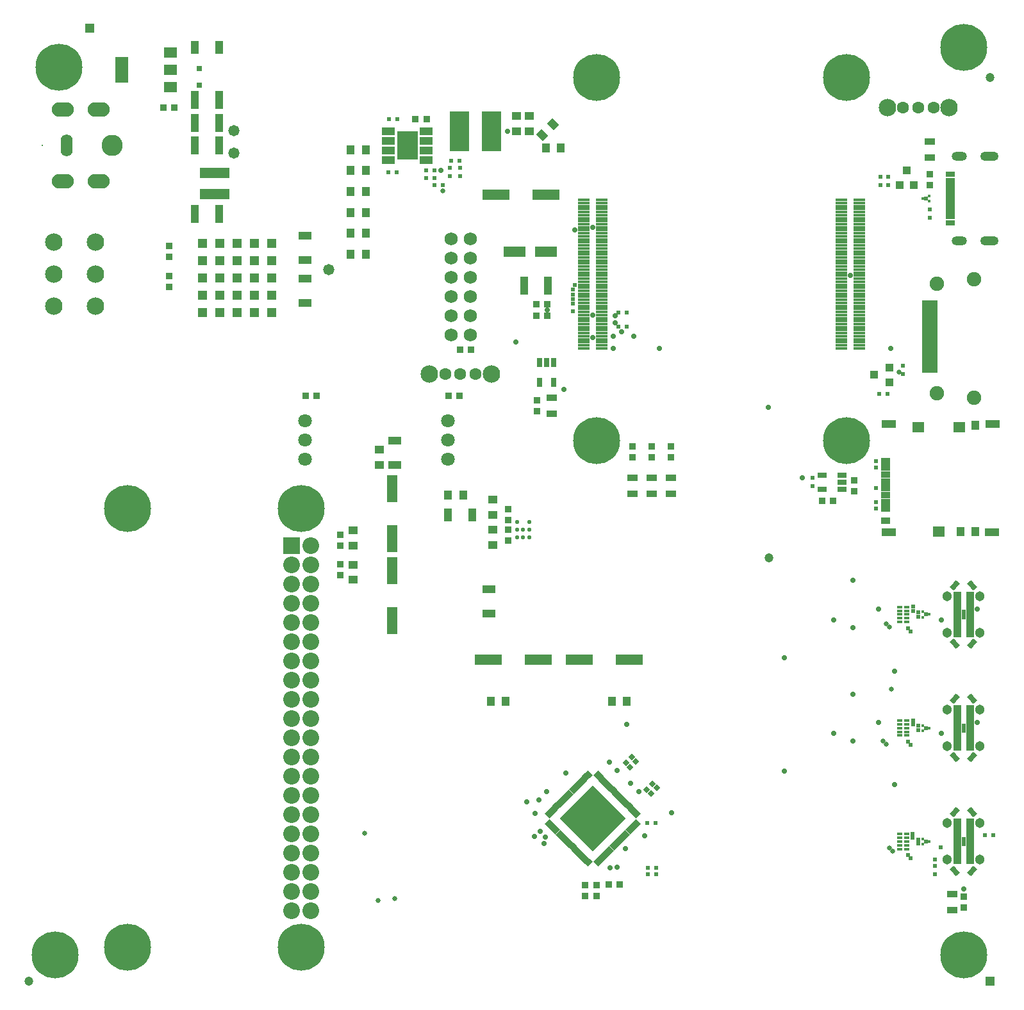
<source format=gbr>
%TF.GenerationSoftware,Altium Limited,Altium Designer,22.2.1 (43)*%
G04 Layer_Color=8388736*
%FSLAX26Y26*%
%MOIN*%
%TF.SameCoordinates,92DA24ED-A250-4A13-B4DD-B7D196A9CFE6*%
%TF.FilePolarity,Negative*%
%TF.FileFunction,Soldermask,Top*%
%TF.Part,Single*%
G01*
G75*
%TA.AperFunction,SMDPad,CuDef*%
%ADD27R,0.023622X0.023622*%
%ADD32R,0.055118X0.035433*%
%ADD34R,0.070866X0.039370*%
%ADD38R,0.039370X0.049213*%
%ADD39R,0.035433X0.033465*%
%ADD40P,0.033407X4X270.0*%
%ADD46R,0.049213X0.039370*%
%ADD47R,0.043307X0.094488*%
%ADD48R,0.033465X0.035433*%
%ADD49R,0.023622X0.023622*%
%ADD52R,0.039370X0.070866*%
G04:AMPARAMS|DCode=53|XSize=39.37mil|YSize=49.213mil|CornerRadius=0mil|HoleSize=0mil|Usage=FLASHONLY|Rotation=45.000|XOffset=0mil|YOffset=0mil|HoleType=Round|Shape=Rectangle|*
%AMROTATEDRECTD53*
4,1,4,0.003480,-0.031319,-0.031319,0.003480,-0.003480,0.031319,0.031319,-0.003480,0.003480,-0.031319,0.0*
%
%ADD53ROTATEDRECTD53*%

%TA.AperFunction,FiducialPad,Global*%
%ADD107R,0.047370X0.047370*%
%ADD108C,0.047370*%
%TA.AperFunction,ComponentPad*%
%ADD110O,0.094614X0.047370*%
%ADD111O,0.078866X0.047370*%
%ADD112C,0.051307*%
%ADD113C,0.090677*%
%ADD114C,0.086740*%
%ADD115R,0.086740X0.086740*%
%ADD116O,0.114299X0.074929*%
%ADD117C,0.110362*%
%ADD118O,0.063118X0.114299*%
%ADD119C,0.008000*%
%ADD120C,0.063118*%
%ADD121C,0.070992*%
%ADD122C,0.244220*%
%ADD123C,0.074929*%
%ADD124C,0.068000*%
%TA.AperFunction,ViaPad*%
%ADD125C,0.035559*%
%ADD126C,0.025716*%
%ADD127C,0.047370*%
%ADD128C,0.023748*%
%ADD129C,0.027685*%
%ADD130C,0.058000*%
%TA.AperFunction,ConnectorPad*%
%ADD144R,0.051307X0.031622*%
%ADD145R,0.051307X0.019811*%
%TA.AperFunction,SMDPad,CuDef*%
G04:AMPARAMS|DCode=146|XSize=27.685mil|YSize=48.551mil|CornerRadius=0mil|HoleSize=0mil|Usage=FLASHONLY|Rotation=140.000|XOffset=0mil|YOffset=0mil|HoleType=Round|Shape=Rectangle|*
%AMROTATEDRECTD146*
4,1,4,0.026208,0.009698,-0.005000,-0.027494,-0.026208,-0.009698,0.005000,0.027494,0.026208,0.009698,0.0*
%
%ADD146ROTATEDRECTD146*%

G04:AMPARAMS|DCode=147|XSize=27.685mil|YSize=48.551mil|CornerRadius=0mil|HoleSize=0mil|Usage=FLASHONLY|Rotation=40.000|XOffset=0mil|YOffset=0mil|HoleType=Round|Shape=Rectangle|*
%AMROTATEDRECTD147*
4,1,4,0.005000,-0.027494,-0.026208,0.009698,-0.005000,0.027494,0.026208,-0.009698,0.005000,-0.027494,0.0*
%
%ADD147ROTATEDRECTD147*%

%ADD148R,0.041465X0.019811*%
%TA.AperFunction,BGAPad,CuDef*%
%ADD149C,0.021779*%
%TA.AperFunction,SMDPad,CuDef*%
%ADD150R,0.100520X0.208787*%
%ADD151R,0.015748X0.015748*%
%ADD152R,0.051307X0.031622*%
%ADD153R,0.039496X0.043433*%
%ADD154R,0.070992X0.055244*%
%ADD155R,0.070992X0.137921*%
%ADD156R,0.026701X0.015874*%
%ADD157R,0.025716X0.031228*%
%ADD158R,0.110362X0.145795*%
%ADD159R,0.067055X0.039496*%
%TA.AperFunction,BGAPad,CuDef*%
%ADD160R,0.049732X0.049732*%
%TA.AperFunction,SMDPad,CuDef*%
%ADD161P,0.345380X4X270.0*%
G04:AMPARAMS|DCode=162|XSize=19.024mil|YSize=35.165mil|CornerRadius=0mil|HoleSize=0mil|Usage=FLASHONLY|Rotation=315.000|XOffset=0mil|YOffset=0mil|HoleType=Round|Shape=Rectangle|*
%AMROTATEDRECTD162*
4,1,4,-0.019159,-0.005707,0.005707,0.019159,0.019159,0.005707,-0.005707,-0.019159,-0.019159,-0.005707,0.0*
%
%ADD162ROTATEDRECTD162*%

G04:AMPARAMS|DCode=163|XSize=19.024mil|YSize=35.165mil|CornerRadius=0mil|HoleSize=0mil|Usage=FLASHONLY|Rotation=45.000|XOffset=0mil|YOffset=0mil|HoleType=Round|Shape=Rectangle|*
%AMROTATEDRECTD163*
4,1,4,0.005707,-0.019159,-0.019159,0.005707,-0.005707,0.019159,0.019159,-0.005707,0.005707,-0.019159,0.0*
%
%ADD163ROTATEDRECTD163*%

%ADD164R,0.153669X0.055244*%
%ADD165R,0.082803X0.019811*%
%ADD166R,0.141858X0.055244*%
%ADD167R,0.118236X0.055244*%
%ADD168R,0.060236X0.011811*%
%ADD169R,0.041465X0.047370*%
%ADD170R,0.063118X0.052488*%
%ADD171R,0.074929X0.043433*%
%ADD172R,0.047370X0.033591*%
%ADD173R,0.055244X0.141858*%
%ADD174R,0.043433X0.039496*%
%ADD175R,0.031622X0.051307*%
D27*
X4257874Y1866142D02*
D03*
X4301181D02*
D03*
X5467717Y4100000D02*
D03*
X5511024D02*
D03*
X4110827Y4525000D02*
D03*
X4154134D02*
D03*
X4110827Y4450000D02*
D03*
X4154134D02*
D03*
X2915354Y5531496D02*
D03*
X2958661D02*
D03*
X6061024Y1803150D02*
D03*
X6017717D02*
D03*
X3151575Y5188976D02*
D03*
X3194882D02*
D03*
X2954724Y5255905D02*
D03*
X2911417D02*
D03*
X3151575Y5263779D02*
D03*
X3108268D02*
D03*
X3238189Y5314961D02*
D03*
X3281496D02*
D03*
X3108268Y5224409D02*
D03*
X3151575D02*
D03*
X4261811Y1601378D02*
D03*
X4305118D02*
D03*
X4261811Y1632874D02*
D03*
X4305118D02*
D03*
D32*
X5728346Y5332677D02*
D03*
Y5415354D02*
D03*
X4182480Y3663386D02*
D03*
Y3580709D02*
D03*
X3761220Y3997441D02*
D03*
Y4080118D02*
D03*
X4282480Y3663386D02*
D03*
Y3580709D02*
D03*
X4382480Y3663386D02*
D03*
Y3580709D02*
D03*
X5846457Y1415354D02*
D03*
Y1498032D02*
D03*
D34*
X3435039Y3084646D02*
D03*
Y2958661D02*
D03*
X2480315Y4925197D02*
D03*
Y4799213D02*
D03*
X2944882Y3732284D02*
D03*
Y3858268D02*
D03*
X2480315Y4574803D02*
D03*
Y4700787D02*
D03*
D38*
X2716535Y5370065D02*
D03*
X2795276D02*
D03*
X4074803Y2500000D02*
D03*
X4153543D02*
D03*
X3523622D02*
D03*
X3444882D02*
D03*
X3303150Y3574803D02*
D03*
X3224409D02*
D03*
X3811024Y5381890D02*
D03*
X3732283D02*
D03*
X2716535Y4826759D02*
D03*
X2795276D02*
D03*
X2716535Y4936995D02*
D03*
X2795276D02*
D03*
X2716535Y5043294D02*
D03*
X2795276D02*
D03*
X2716535Y5153530D02*
D03*
X2795276D02*
D03*
X2716535Y5263766D02*
D03*
X2795276D02*
D03*
D39*
X5334646Y3650590D02*
D03*
Y3593504D02*
D03*
X2661417Y3367126D02*
D03*
Y3310039D02*
D03*
Y3156496D02*
D03*
Y3213583D02*
D03*
X4182480Y3827756D02*
D03*
Y3770669D02*
D03*
X3686220Y4010236D02*
D03*
Y4067323D02*
D03*
X4282480Y3770669D02*
D03*
Y3827756D02*
D03*
X4382480Y3770669D02*
D03*
Y3827756D02*
D03*
X3535433Y3336614D02*
D03*
Y3393701D02*
D03*
Y3500984D02*
D03*
Y3443898D02*
D03*
X1771653Y4871063D02*
D03*
Y4813976D02*
D03*
Y4713583D02*
D03*
Y4656496D02*
D03*
X5905512Y1428150D02*
D03*
Y1485236D02*
D03*
X5728346Y5245079D02*
D03*
Y5187992D02*
D03*
X3996063Y1487205D02*
D03*
Y1544291D02*
D03*
X3937008D02*
D03*
Y1487205D02*
D03*
D40*
X4148074Y2179571D02*
D03*
X4178697Y2210193D02*
D03*
X4279964Y2020122D02*
D03*
X4310587Y2050744D02*
D03*
X4256342Y2041775D02*
D03*
X4286965Y2072398D02*
D03*
X4169728Y2157917D02*
D03*
X4200351Y2188540D02*
D03*
D46*
X2728346Y3389764D02*
D03*
Y3311023D02*
D03*
X2728347Y3133858D02*
D03*
Y3212598D02*
D03*
X2866142Y3811024D02*
D03*
Y3732283D02*
D03*
X3456693Y3314961D02*
D03*
Y3393701D02*
D03*
Y3551181D02*
D03*
Y3472441D02*
D03*
X3578740Y5547244D02*
D03*
Y5468504D02*
D03*
X3645669Y5547244D02*
D03*
Y5468504D02*
D03*
D47*
X3618110Y4665354D02*
D03*
X3744095D02*
D03*
X1905512Y5629921D02*
D03*
X2031496D02*
D03*
X1905512Y5511811D02*
D03*
X2031496D02*
D03*
X1905512Y5393701D02*
D03*
X2031496D02*
D03*
X1905512Y5039370D02*
D03*
X2031496D02*
D03*
D48*
X3682087Y4566929D02*
D03*
X3739173D02*
D03*
X3682087Y4507874D02*
D03*
X3739173D02*
D03*
X3343504Y4330709D02*
D03*
X3286417D02*
D03*
X2540354Y4090551D02*
D03*
X2483268D02*
D03*
X3284449D02*
D03*
X3227362D02*
D03*
X1800197Y5590551D02*
D03*
X1743110D02*
D03*
X5225394Y3543307D02*
D03*
X5168307D02*
D03*
X3111220Y5531496D02*
D03*
X3054134D02*
D03*
X4115158Y1547244D02*
D03*
X4058071D02*
D03*
D49*
X5589370Y4203346D02*
D03*
Y4246654D02*
D03*
X5118110Y3663386D02*
D03*
Y3620079D02*
D03*
X5755905Y1600394D02*
D03*
Y1643701D02*
D03*
X5728346Y5061024D02*
D03*
Y5017717D02*
D03*
X3232284Y5234252D02*
D03*
Y5277559D02*
D03*
X3287402Y5234252D02*
D03*
Y5277559D02*
D03*
X5472441Y5230315D02*
D03*
Y5187008D02*
D03*
X5511811D02*
D03*
Y5230315D02*
D03*
D52*
X1905512Y5905512D02*
D03*
X2031496D02*
D03*
X3224410Y3472441D02*
D03*
X3350394D02*
D03*
D53*
X3767996Y5504217D02*
D03*
X3712319Y5448539D02*
D03*
D107*
X6043307Y1043307D02*
D03*
X1358268Y6003937D02*
D03*
D108*
X1043307Y1043307D02*
D03*
X6043307Y5748032D02*
D03*
D110*
X6039370Y4896850D02*
D03*
Y5339370D02*
D03*
D111*
X5881890Y4896850D02*
D03*
Y5339370D02*
D03*
D112*
X5820866Y2858268D02*
D03*
Y3047244D02*
D03*
X5990158D02*
D03*
Y2858268D02*
D03*
X5820866Y1677165D02*
D03*
Y1866142D02*
D03*
X5990158D02*
D03*
Y1677165D02*
D03*
X5820866Y2267716D02*
D03*
Y2456693D02*
D03*
X5990158D02*
D03*
Y2267716D02*
D03*
D113*
X1387795Y4889764D02*
D03*
Y4724409D02*
D03*
Y4559055D02*
D03*
X1171260Y4889764D02*
D03*
Y4724409D02*
D03*
Y4559055D02*
D03*
X5507874Y5590551D02*
D03*
X5830709D02*
D03*
X3448819Y4204724D02*
D03*
X3125984D02*
D03*
D114*
X2510866Y1412205D02*
D03*
X2410866D02*
D03*
X2510866Y1512205D02*
D03*
X2410866D02*
D03*
X2510866Y1612205D02*
D03*
X2410866D02*
D03*
X2510866Y1712205D02*
D03*
X2410866D02*
D03*
X2510866Y1812205D02*
D03*
X2410866D02*
D03*
X2510866Y1912205D02*
D03*
X2410866D02*
D03*
X2510866Y2012205D02*
D03*
X2410866D02*
D03*
X2510866Y2112205D02*
D03*
X2410866D02*
D03*
X2510866Y2212205D02*
D03*
X2410866D02*
D03*
X2510866Y2312205D02*
D03*
X2410866D02*
D03*
X2510866Y2412205D02*
D03*
X2410866D02*
D03*
X2510866Y2512205D02*
D03*
X2410866D02*
D03*
X2510866Y2612205D02*
D03*
X2410866D02*
D03*
X2510866Y2712205D02*
D03*
X2410866D02*
D03*
X2510866Y2812205D02*
D03*
X2410866D02*
D03*
X2510866Y2912205D02*
D03*
X2410866D02*
D03*
X2510866Y3012205D02*
D03*
X2410866D02*
D03*
X2510866Y3112205D02*
D03*
X2410866D02*
D03*
X2510866Y3212205D02*
D03*
X2410866D02*
D03*
X2510866Y3312205D02*
D03*
D115*
X2410866D02*
D03*
D116*
X1405512Y5206693D02*
D03*
Y5580709D02*
D03*
X1220472D02*
D03*
Y5206693D02*
D03*
D117*
X1476378Y5393701D02*
D03*
D118*
X1240158D02*
D03*
D119*
X1112205D02*
D03*
D120*
X5748032Y5590551D02*
D03*
X5669291D02*
D03*
X5590551D02*
D03*
X3208661Y4204724D02*
D03*
X3287402D02*
D03*
X3366142D02*
D03*
D121*
X3224409Y3962205D02*
D03*
Y3862205D02*
D03*
Y3762205D02*
D03*
X2480315Y3962205D02*
D03*
Y3862205D02*
D03*
Y3762205D02*
D03*
D122*
X5905512Y5905512D02*
D03*
X2460630Y3503937D02*
D03*
X1181102Y1181102D02*
D03*
X1200000Y5800000D02*
D03*
X5905512Y1181102D02*
D03*
X3996063Y3858268D02*
D03*
X5295276D02*
D03*
X3996063Y5748032D02*
D03*
X5295276D02*
D03*
X1555118Y3503937D02*
D03*
X2460630Y1220472D02*
D03*
X1555118D02*
D03*
D123*
X5960630Y4080709D02*
D03*
X5767717Y4104331D02*
D03*
X5960630Y4698819D02*
D03*
X5767717Y4675197D02*
D03*
D124*
X3339961Y4406299D02*
D03*
X3239961D02*
D03*
X3339961Y4806299D02*
D03*
X3239961D02*
D03*
Y4906299D02*
D03*
X3339961D02*
D03*
Y4706299D02*
D03*
X3239961D02*
D03*
X3339961Y4606299D02*
D03*
X3239961D02*
D03*
X3339961Y4506299D02*
D03*
X3239961D02*
D03*
D125*
X3920700Y1973280D02*
D03*
X3948539Y2001119D02*
D03*
X3976378Y2028958D02*
D03*
X4004217Y2001119D02*
D03*
X3976378Y1973280D02*
D03*
X3948539Y1945441D02*
D03*
X4115572Y1889764D02*
D03*
X4087733Y1861925D02*
D03*
X4059894Y1834086D02*
D03*
X4087733Y1917603D02*
D03*
X4059894Y1889764D02*
D03*
X4032056Y1861925D02*
D03*
X4059894Y1945441D02*
D03*
X4032056Y1917603D02*
D03*
X4004217Y1889764D02*
D03*
X4032056Y1973280D02*
D03*
X4004217Y1945441D02*
D03*
X3976378Y1917603D02*
D03*
X4032056Y1806247D02*
D03*
X4004217Y1778408D02*
D03*
X3976378Y1750570D02*
D03*
X3948539Y1778408D02*
D03*
X3976378Y1806247D02*
D03*
X4004217Y1834086D02*
D03*
X3837184Y1889764D02*
D03*
X3865023Y1917603D02*
D03*
X3892861Y1945441D02*
D03*
X3865023Y1861925D02*
D03*
X3892861Y1889764D02*
D03*
X3920700Y1917603D02*
D03*
X3892861Y1834086D02*
D03*
X3920700Y1861925D02*
D03*
X3948539Y1889764D02*
D03*
X3920700Y1806247D02*
D03*
X3948539Y1834086D02*
D03*
X3976378Y1861925D02*
D03*
D126*
X5519322Y1738553D02*
D03*
X5535329Y1722545D02*
D03*
X5487333Y2293179D02*
D03*
X5503341Y2277171D02*
D03*
X5502097Y2903415D02*
D03*
X5518104Y2887407D02*
D03*
X5531000Y2563000D02*
D03*
X5568000Y4213000D02*
D03*
X3195000Y5158000D02*
D03*
X2859000Y1466000D02*
D03*
X2790000Y1815000D02*
D03*
X2946000Y1474000D02*
D03*
D127*
X4893000Y3247000D02*
D03*
D128*
X3872000Y4596000D02*
D03*
X3873000Y4619000D02*
D03*
X5863000Y1761024D02*
D03*
Y1782614D02*
D03*
X5930000Y1761614D02*
D03*
Y1782480D02*
D03*
X5863000Y2352165D02*
D03*
Y2373032D02*
D03*
X5930000Y2352165D02*
D03*
Y2373032D02*
D03*
Y2964488D02*
D03*
Y2943780D02*
D03*
X5863000Y2964488D02*
D03*
Y2943780D02*
D03*
X3871877Y4644486D02*
D03*
X3873648Y4569883D02*
D03*
X3871458Y4531705D02*
D03*
X5642204Y2381299D02*
D03*
Y2402165D02*
D03*
X5629331Y1684646D02*
D03*
X5614724Y1699803D02*
D03*
X5629252Y2275276D02*
D03*
X5614803Y2290276D02*
D03*
X5668678Y1760630D02*
D03*
Y1782677D02*
D03*
Y2351968D02*
D03*
Y2372835D02*
D03*
X5640000Y1789764D02*
D03*
X5640986Y1812205D02*
D03*
X5668678Y2962795D02*
D03*
Y2941929D02*
D03*
X5614724Y2880905D02*
D03*
X5629331Y2865748D02*
D03*
X5642204Y2993110D02*
D03*
Y2972244D02*
D03*
X5755905Y1677165D02*
D03*
X5787402Y1740158D02*
D03*
X3881890Y4669291D02*
D03*
X5448819Y3751968D02*
D03*
Y3716535D02*
D03*
Y3610236D02*
D03*
Y3539370D02*
D03*
Y3503937D02*
D03*
X5708661Y1771653D02*
D03*
Y2952756D02*
D03*
Y2362205D02*
D03*
Y5118110D02*
D03*
X5905512Y1771653D02*
D03*
Y1757874D02*
D03*
Y1785433D02*
D03*
Y2952756D02*
D03*
Y2938976D02*
D03*
Y2966535D02*
D03*
Y2375984D02*
D03*
Y2348425D02*
D03*
Y2362205D02*
D03*
D129*
X3672000Y1798000D02*
D03*
X4246000Y1801000D02*
D03*
X5231000Y2923551D02*
D03*
Y2333000D02*
D03*
X3531496Y5468504D02*
D03*
X3185039Y5263779D02*
D03*
X3701772Y1822835D02*
D03*
X5314961Y4716535D02*
D03*
X5527559Y4338583D02*
D03*
X5905512Y1523622D02*
D03*
X5066929Y3665354D02*
D03*
X4889764Y4031496D02*
D03*
X3881890Y4952756D02*
D03*
X3739173Y4537402D02*
D03*
X3574803Y4370079D02*
D03*
X4127134Y4423000D02*
D03*
X3826772Y4125984D02*
D03*
X3976378Y4393701D02*
D03*
X4385827Y1921260D02*
D03*
X5330709Y2295276D02*
D03*
Y2885827D02*
D03*
Y3129921D02*
D03*
Y2539370D02*
D03*
X5547244Y2066929D02*
D03*
X4972441Y2137795D02*
D03*
Y2728347D02*
D03*
X5547244Y2657480D02*
D03*
X4082677Y4338583D02*
D03*
X4322835D02*
D03*
X4082677Y4401575D02*
D03*
X4188976D02*
D03*
X4153543Y2381890D02*
D03*
X3631890Y1978347D02*
D03*
X3677165Y1917323D02*
D03*
X3728347Y1795276D02*
D03*
X3724078Y1762205D02*
D03*
X4066929Y1632953D02*
D03*
X4146000Y1734000D02*
D03*
X3834900Y2128144D02*
D03*
X3737464Y2030708D02*
D03*
X3695706Y1988950D02*
D03*
X4103936Y1637464D02*
D03*
X4214758Y2031242D02*
D03*
X4061645Y2184355D02*
D03*
X4103403Y2142597D02*
D03*
X4173000Y2073000D02*
D03*
X5788000Y2924102D02*
D03*
X5975000Y2982102D02*
D03*
X5464000Y2982551D02*
D03*
Y2392000D02*
D03*
X4092056Y4506229D02*
D03*
X4091413Y4469413D02*
D03*
X3977000Y4512000D02*
D03*
X3976000Y4968000D02*
D03*
X5975000Y2391551D02*
D03*
X5788000Y2333551D02*
D03*
D130*
X2602000Y4749000D02*
D03*
X2110236Y5472441D02*
D03*
Y5354331D02*
D03*
D144*
X5836614Y5212598D02*
D03*
Y5244095D02*
D03*
Y5023622D02*
D03*
Y4992126D02*
D03*
D145*
Y5049213D02*
D03*
Y5068898D02*
D03*
Y5088583D02*
D03*
Y5108268D02*
D03*
Y5127953D02*
D03*
Y5147638D02*
D03*
Y5167323D02*
D03*
Y5187008D02*
D03*
D146*
X5950197Y2800000D02*
D03*
X5860827Y3105512D02*
D03*
X5950197Y1618898D02*
D03*
X5860827Y1924409D02*
D03*
X5950197Y2209449D02*
D03*
X5860827Y2514961D02*
D03*
D147*
Y2800000D02*
D03*
X5950197Y3105512D02*
D03*
X5860827Y1618898D02*
D03*
X5950197Y1924409D02*
D03*
X5860827Y2209449D02*
D03*
X5950197Y2514961D02*
D03*
D148*
X5938189Y2844488D02*
D03*
Y2864173D02*
D03*
Y2883858D02*
D03*
Y2903543D02*
D03*
Y2923228D02*
D03*
Y2942913D02*
D03*
Y2962598D02*
D03*
Y2982284D02*
D03*
Y3001968D02*
D03*
Y3021653D02*
D03*
Y3041339D02*
D03*
Y3061024D02*
D03*
X5872835D02*
D03*
Y3041339D02*
D03*
Y3021653D02*
D03*
Y3001968D02*
D03*
Y2982284D02*
D03*
Y2962598D02*
D03*
Y2942913D02*
D03*
Y2923228D02*
D03*
Y2903543D02*
D03*
Y2883858D02*
D03*
Y2864173D02*
D03*
Y2844488D02*
D03*
X5938189Y1663386D02*
D03*
Y1683071D02*
D03*
Y1702756D02*
D03*
Y1722441D02*
D03*
Y1742126D02*
D03*
Y1761811D02*
D03*
Y1781496D02*
D03*
Y1801181D02*
D03*
Y1820866D02*
D03*
Y1840551D02*
D03*
Y1860236D02*
D03*
Y1879921D02*
D03*
X5872835D02*
D03*
Y1860236D02*
D03*
Y1840551D02*
D03*
Y1820866D02*
D03*
Y1801181D02*
D03*
Y1781496D02*
D03*
Y1761811D02*
D03*
Y1742126D02*
D03*
Y1722441D02*
D03*
Y1702756D02*
D03*
Y1683071D02*
D03*
Y1663386D02*
D03*
X5938189Y2253937D02*
D03*
Y2273622D02*
D03*
Y2293307D02*
D03*
Y2312992D02*
D03*
Y2332677D02*
D03*
Y2352362D02*
D03*
Y2372047D02*
D03*
Y2391732D02*
D03*
Y2411417D02*
D03*
Y2431102D02*
D03*
Y2450787D02*
D03*
Y2470472D02*
D03*
X5872835D02*
D03*
Y2450787D02*
D03*
Y2431102D02*
D03*
Y2411417D02*
D03*
Y2391732D02*
D03*
Y2372047D02*
D03*
Y2352362D02*
D03*
Y2332677D02*
D03*
Y2312992D02*
D03*
Y2293307D02*
D03*
Y2273622D02*
D03*
Y2253937D02*
D03*
D149*
X3614173Y3393701D02*
D03*
Y3354331D02*
D03*
X3582677D02*
D03*
Y3393701D02*
D03*
Y3433071D02*
D03*
X3645669Y3354331D02*
D03*
Y3393701D02*
D03*
Y3433071D02*
D03*
D150*
X3447835Y5468504D02*
D03*
X3284449D02*
D03*
D151*
X5691929Y5118110D02*
D03*
X5725394Y5131890D02*
D03*
Y5104331D02*
D03*
Y1771653D02*
D03*
X5691929Y1757874D02*
D03*
Y1785433D02*
D03*
X5725394Y2362205D02*
D03*
X5691929Y2348425D02*
D03*
Y2375984D02*
D03*
X5725394Y2952756D02*
D03*
X5691929Y2938976D02*
D03*
Y2966535D02*
D03*
D152*
X5271654Y3604331D02*
D03*
X5169291Y3679134D02*
D03*
Y3604331D02*
D03*
X5271654Y3641732D02*
D03*
Y3679134D02*
D03*
D153*
X5610236Y5265748D02*
D03*
X5647638Y5187008D02*
D03*
X5572835D02*
D03*
D154*
X1779528Y5696850D02*
D03*
Y5787402D02*
D03*
Y5877953D02*
D03*
D155*
X1527559Y5787402D02*
D03*
D156*
X5571850Y2913386D02*
D03*
Y2933071D02*
D03*
Y2952756D02*
D03*
Y2972441D02*
D03*
Y2992126D02*
D03*
X5609252D02*
D03*
Y2972441D02*
D03*
Y2952756D02*
D03*
Y2933071D02*
D03*
Y2913386D02*
D03*
X5571850Y1732283D02*
D03*
Y1751968D02*
D03*
Y1771653D02*
D03*
Y1791339D02*
D03*
Y1811024D02*
D03*
X5609252D02*
D03*
Y1791339D02*
D03*
Y1771653D02*
D03*
Y1751968D02*
D03*
Y1732283D02*
D03*
X5571850Y2322835D02*
D03*
Y2342520D02*
D03*
Y2362205D02*
D03*
Y2381890D02*
D03*
Y2401575D02*
D03*
X5609252D02*
D03*
Y2381890D02*
D03*
Y2362205D02*
D03*
Y2342520D02*
D03*
Y2322835D02*
D03*
D157*
X1929134Y5793307D02*
D03*
Y5708661D02*
D03*
D158*
X3011811Y5393701D02*
D03*
D159*
X2913386Y5468701D02*
D03*
Y5418701D02*
D03*
Y5318701D02*
D03*
Y5368701D02*
D03*
X3110236D02*
D03*
Y5318701D02*
D03*
Y5418701D02*
D03*
Y5468701D02*
D03*
D160*
X2216142Y4885039D02*
D03*
X2306299D02*
D03*
X1945669D02*
D03*
X2035827D02*
D03*
X2125984D02*
D03*
X2216142Y4794882D02*
D03*
X2306299D02*
D03*
X1945669D02*
D03*
X2035827D02*
D03*
X2125984D02*
D03*
X2216142Y4704724D02*
D03*
X2306299D02*
D03*
X1945669D02*
D03*
X2035827D02*
D03*
X2125984D02*
D03*
Y4614567D02*
D03*
X2035827D02*
D03*
X1945669D02*
D03*
X2306299D02*
D03*
X2216142D02*
D03*
X2125984Y4524409D02*
D03*
X2035827D02*
D03*
X1945669D02*
D03*
X2306299D02*
D03*
X2216142D02*
D03*
D161*
X3976378Y1889764D02*
D03*
D162*
X4109309Y2008775D02*
D03*
X4123228Y1994855D02*
D03*
X4137147Y1980936D02*
D03*
X4151067Y1967017D02*
D03*
X4164986Y1953097D02*
D03*
X4178906Y1939178D02*
D03*
X4192825Y1925258D02*
D03*
X4206744Y1911339D02*
D03*
X4095389Y2022694D02*
D03*
X4081470Y2036614D02*
D03*
X4067550Y2050533D02*
D03*
X4053631Y2064453D02*
D03*
X4039711Y2078372D02*
D03*
X4025792Y2092291D02*
D03*
X4011872Y2106211D02*
D03*
X3997953Y2120130D02*
D03*
X3843448Y1770753D02*
D03*
X3829528Y1784672D02*
D03*
X3815609Y1798592D02*
D03*
X3801689Y1812511D02*
D03*
X3787770Y1826430D02*
D03*
X3773850Y1840350D02*
D03*
X3759931Y1854269D02*
D03*
X3746012Y1868189D02*
D03*
X3857367Y1756833D02*
D03*
X3871286Y1742914D02*
D03*
X3885206Y1728994D02*
D03*
X3899125Y1715075D02*
D03*
X3913045Y1701156D02*
D03*
X3926964Y1687236D02*
D03*
X3940883Y1673317D02*
D03*
X3954803Y1659397D02*
D03*
D163*
X3857367Y2022694D02*
D03*
X3871286Y2036614D02*
D03*
X3885206Y2050533D02*
D03*
X3899125Y2064453D02*
D03*
X3913045Y2078372D02*
D03*
X3926964Y2092291D02*
D03*
X3940883Y2106211D02*
D03*
X3954803Y2120130D02*
D03*
X3843448Y2008775D02*
D03*
X3829528Y1994855D02*
D03*
X3815609Y1980936D02*
D03*
X3801689Y1967017D02*
D03*
X3787770Y1953097D02*
D03*
X3773850Y1939178D02*
D03*
X3759931Y1925258D02*
D03*
X3746012Y1911339D02*
D03*
X4095389Y1756833D02*
D03*
X4081470Y1742914D02*
D03*
X4067550Y1728994D02*
D03*
X4053631Y1715075D02*
D03*
X4039711Y1701156D02*
D03*
X4025792Y1687236D02*
D03*
X4011872Y1673317D02*
D03*
X3997953Y1659397D02*
D03*
X4109309Y1770753D02*
D03*
X4123228Y1784672D02*
D03*
X4137147Y1798592D02*
D03*
X4151067Y1812511D02*
D03*
X4164986Y1826430D02*
D03*
X4178906Y1840350D02*
D03*
X4192825Y1854269D02*
D03*
X4206744Y1868189D02*
D03*
D164*
X2007874Y5141732D02*
D03*
Y5251968D02*
D03*
D165*
X5728346Y4576772D02*
D03*
Y4557087D02*
D03*
Y4537402D02*
D03*
Y4498032D02*
D03*
Y4458661D02*
D03*
Y4517717D02*
D03*
Y4478346D02*
D03*
Y4438976D02*
D03*
Y4419291D02*
D03*
Y4399606D02*
D03*
Y4222441D02*
D03*
Y4242126D02*
D03*
Y4281496D02*
D03*
Y4320866D02*
D03*
Y4261811D02*
D03*
Y4301181D02*
D03*
Y4340551D02*
D03*
Y4360236D02*
D03*
Y4379921D02*
D03*
D166*
X3472441Y5137795D02*
D03*
X3732284D02*
D03*
X3905512Y2716535D02*
D03*
X4165354D02*
D03*
X3692913D02*
D03*
X3433071D02*
D03*
D167*
X3734252Y4842520D02*
D03*
X3568898D02*
D03*
D168*
X5361811Y4732283D02*
D03*
Y4748032D02*
D03*
Y4763780D02*
D03*
Y4779528D02*
D03*
Y4795276D02*
D03*
Y4811024D02*
D03*
Y4826772D02*
D03*
Y4842520D02*
D03*
Y4858268D02*
D03*
Y4874016D02*
D03*
Y4889764D02*
D03*
Y4905512D02*
D03*
Y4921260D02*
D03*
Y4937008D02*
D03*
Y4952756D02*
D03*
Y4968504D02*
D03*
Y4984252D02*
D03*
Y5000000D02*
D03*
Y5015748D02*
D03*
Y5031496D02*
D03*
Y5047244D02*
D03*
Y5062992D02*
D03*
Y5078740D02*
D03*
Y5094488D02*
D03*
Y5110236D02*
D03*
Y4338583D02*
D03*
Y4354331D02*
D03*
Y4370079D02*
D03*
Y4385827D02*
D03*
Y4401575D02*
D03*
Y4417323D02*
D03*
Y4433071D02*
D03*
Y4448819D02*
D03*
Y4464567D02*
D03*
Y4480315D02*
D03*
Y4496063D02*
D03*
Y4511811D02*
D03*
Y4527559D02*
D03*
Y4543307D02*
D03*
Y4559055D02*
D03*
Y4574803D02*
D03*
Y4590551D02*
D03*
Y4606299D02*
D03*
Y4622047D02*
D03*
Y4637795D02*
D03*
Y4653543D02*
D03*
Y4669291D02*
D03*
Y4685039D02*
D03*
Y4700788D02*
D03*
Y4716535D02*
D03*
X5268110Y4732283D02*
D03*
Y4748032D02*
D03*
Y4763780D02*
D03*
Y4779528D02*
D03*
Y4795276D02*
D03*
Y4811024D02*
D03*
Y4826772D02*
D03*
Y4842520D02*
D03*
Y4858268D02*
D03*
Y4874016D02*
D03*
Y4889764D02*
D03*
Y4905512D02*
D03*
Y4921260D02*
D03*
Y4937008D02*
D03*
Y4952756D02*
D03*
Y4968504D02*
D03*
Y4984252D02*
D03*
Y5000000D02*
D03*
Y5015748D02*
D03*
Y5031496D02*
D03*
Y5047244D02*
D03*
Y5062992D02*
D03*
Y5078740D02*
D03*
Y5094488D02*
D03*
Y5110236D02*
D03*
Y4338583D02*
D03*
Y4354331D02*
D03*
Y4370079D02*
D03*
Y4385827D02*
D03*
Y4401575D02*
D03*
Y4417323D02*
D03*
Y4433071D02*
D03*
Y4448819D02*
D03*
Y4464567D02*
D03*
Y4480315D02*
D03*
Y4496063D02*
D03*
Y4511811D02*
D03*
Y4527559D02*
D03*
Y4543307D02*
D03*
Y4559055D02*
D03*
Y4574803D02*
D03*
Y4590551D02*
D03*
Y4606299D02*
D03*
Y4622047D02*
D03*
Y4637795D02*
D03*
Y4653543D02*
D03*
Y4669291D02*
D03*
Y4685039D02*
D03*
Y4700788D02*
D03*
Y4716535D02*
D03*
X4023228Y4732283D02*
D03*
Y4748032D02*
D03*
Y4763780D02*
D03*
Y4779528D02*
D03*
Y4795276D02*
D03*
Y4811024D02*
D03*
Y4826772D02*
D03*
Y4842520D02*
D03*
Y4858268D02*
D03*
Y4874016D02*
D03*
Y4889764D02*
D03*
Y4905512D02*
D03*
Y4921260D02*
D03*
Y4937008D02*
D03*
Y4952756D02*
D03*
Y4968504D02*
D03*
Y4984252D02*
D03*
Y5000000D02*
D03*
Y5015748D02*
D03*
Y5031496D02*
D03*
Y5047244D02*
D03*
Y5062992D02*
D03*
Y5078740D02*
D03*
Y5094488D02*
D03*
Y5110236D02*
D03*
Y4338583D02*
D03*
Y4354331D02*
D03*
Y4370079D02*
D03*
Y4385827D02*
D03*
Y4401575D02*
D03*
Y4417323D02*
D03*
Y4433071D02*
D03*
Y4448819D02*
D03*
Y4464567D02*
D03*
Y4480315D02*
D03*
Y4496063D02*
D03*
Y4511811D02*
D03*
Y4527559D02*
D03*
Y4543307D02*
D03*
Y4559055D02*
D03*
Y4574803D02*
D03*
Y4590551D02*
D03*
Y4606299D02*
D03*
Y4622047D02*
D03*
Y4637795D02*
D03*
Y4653543D02*
D03*
Y4669291D02*
D03*
Y4685039D02*
D03*
Y4700788D02*
D03*
Y4716535D02*
D03*
X3929528Y4732283D02*
D03*
Y4748032D02*
D03*
Y4763780D02*
D03*
Y4779528D02*
D03*
Y4795276D02*
D03*
Y4811024D02*
D03*
Y4826772D02*
D03*
Y4842520D02*
D03*
Y4858268D02*
D03*
Y4874016D02*
D03*
Y4889764D02*
D03*
Y4905512D02*
D03*
Y4921260D02*
D03*
Y4937008D02*
D03*
Y4952756D02*
D03*
Y4968504D02*
D03*
Y4984252D02*
D03*
Y5000000D02*
D03*
Y5015748D02*
D03*
Y5031496D02*
D03*
Y5047244D02*
D03*
Y5062992D02*
D03*
Y5078740D02*
D03*
Y5094488D02*
D03*
Y5110236D02*
D03*
Y4338583D02*
D03*
Y4354331D02*
D03*
Y4370079D02*
D03*
Y4385827D02*
D03*
Y4401575D02*
D03*
Y4417323D02*
D03*
Y4433071D02*
D03*
Y4448819D02*
D03*
Y4464567D02*
D03*
Y4480315D02*
D03*
Y4496063D02*
D03*
Y4511811D02*
D03*
Y4527559D02*
D03*
Y4543307D02*
D03*
Y4559055D02*
D03*
Y4574803D02*
D03*
Y4590551D02*
D03*
Y4606299D02*
D03*
Y4622047D02*
D03*
Y4637795D02*
D03*
Y4653543D02*
D03*
Y4669291D02*
D03*
Y4685039D02*
D03*
Y4700788D02*
D03*
Y4716535D02*
D03*
D169*
X5966732Y3937008D02*
D03*
Y3385827D02*
D03*
X5890748D02*
D03*
D170*
X5774606Y3383858D02*
D03*
X5668307Y3927165D02*
D03*
X5882874D02*
D03*
D171*
X5514764Y3379921D02*
D03*
Y3942913D02*
D03*
X6054134Y3381009D02*
D03*
X6054492Y3944016D02*
D03*
D172*
X5500000Y3440157D02*
D03*
Y3539370D02*
D03*
Y3574803D02*
D03*
Y3610236D02*
D03*
Y3645669D02*
D03*
Y3681102D02*
D03*
Y3716535D02*
D03*
Y3751968D02*
D03*
Y3503937D02*
D03*
D173*
X2933661Y3606102D02*
D03*
Y3346260D02*
D03*
Y2921260D02*
D03*
Y3181102D02*
D03*
D174*
X5439370Y4200000D02*
D03*
X5518110Y4237402D02*
D03*
Y4162598D02*
D03*
D175*
X3773622Y4264961D02*
D03*
X3698819Y4162598D02*
D03*
X3773622D02*
D03*
X3736220Y4264961D02*
D03*
X3698819D02*
D03*
%TF.MD5,8923590f06a96f8ec2a46d94934d20d7*%
M02*

</source>
